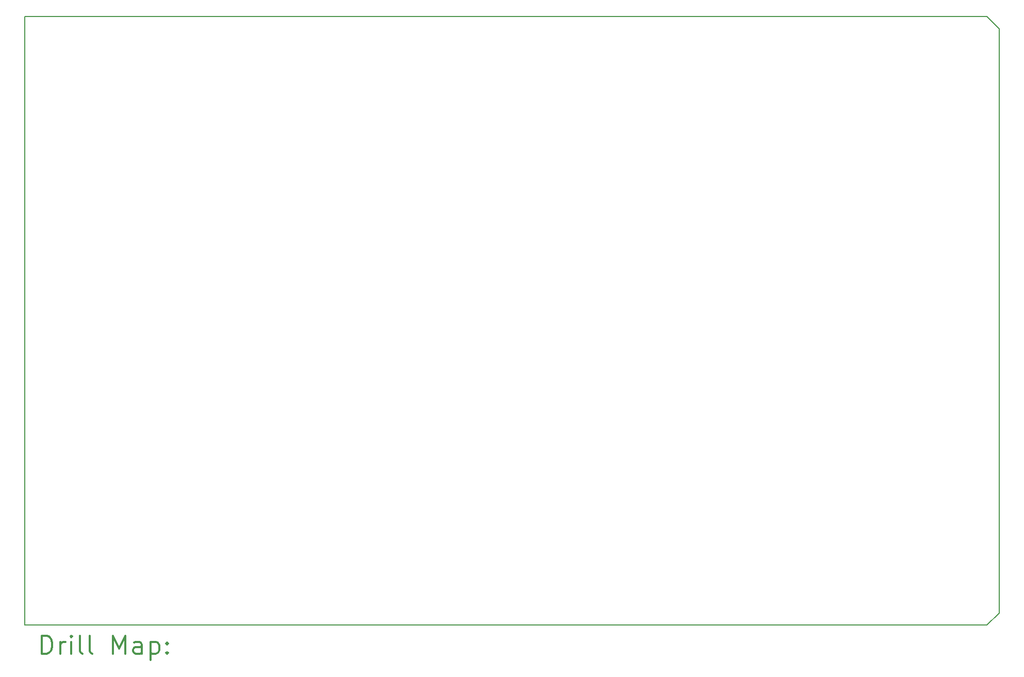
<source format=gbr>
%FSLAX45Y45*%
G04 Gerber Fmt 4.5, Leading zero omitted, Abs format (unit mm)*
G04 Created by KiCad (PCBNEW 5.1.4) date 2019-09-25 18:31:08*
%MOMM*%
%LPD*%
G04 APERTURE LIST*
%ADD10C,0.150000*%
%ADD11C,0.200000*%
%ADD12C,0.300000*%
G04 APERTURE END LIST*
D10*
X21800000Y-14000000D02*
X22000000Y-13800000D01*
X21800000Y-4000000D02*
X22000000Y-4200000D01*
X6000000Y-14000000D02*
X6000000Y-4000000D01*
X21800000Y-14000000D02*
X6000000Y-14000000D01*
X22000000Y-4200000D02*
X22000000Y-13800000D01*
X6000000Y-4000000D02*
X21800000Y-4000000D01*
D11*
D12*
X6278928Y-14473214D02*
X6278928Y-14173214D01*
X6350357Y-14173214D01*
X6393214Y-14187500D01*
X6421786Y-14216071D01*
X6436071Y-14244643D01*
X6450357Y-14301786D01*
X6450357Y-14344643D01*
X6436071Y-14401786D01*
X6421786Y-14430357D01*
X6393214Y-14458929D01*
X6350357Y-14473214D01*
X6278928Y-14473214D01*
X6578928Y-14473214D02*
X6578928Y-14273214D01*
X6578928Y-14330357D02*
X6593214Y-14301786D01*
X6607500Y-14287500D01*
X6636071Y-14273214D01*
X6664643Y-14273214D01*
X6764643Y-14473214D02*
X6764643Y-14273214D01*
X6764643Y-14173214D02*
X6750357Y-14187500D01*
X6764643Y-14201786D01*
X6778928Y-14187500D01*
X6764643Y-14173214D01*
X6764643Y-14201786D01*
X6950357Y-14473214D02*
X6921786Y-14458929D01*
X6907500Y-14430357D01*
X6907500Y-14173214D01*
X7107500Y-14473214D02*
X7078928Y-14458929D01*
X7064643Y-14430357D01*
X7064643Y-14173214D01*
X7450357Y-14473214D02*
X7450357Y-14173214D01*
X7550357Y-14387500D01*
X7650357Y-14173214D01*
X7650357Y-14473214D01*
X7921786Y-14473214D02*
X7921786Y-14316071D01*
X7907500Y-14287500D01*
X7878928Y-14273214D01*
X7821786Y-14273214D01*
X7793214Y-14287500D01*
X7921786Y-14458929D02*
X7893214Y-14473214D01*
X7821786Y-14473214D01*
X7793214Y-14458929D01*
X7778928Y-14430357D01*
X7778928Y-14401786D01*
X7793214Y-14373214D01*
X7821786Y-14358929D01*
X7893214Y-14358929D01*
X7921786Y-14344643D01*
X8064643Y-14273214D02*
X8064643Y-14573214D01*
X8064643Y-14287500D02*
X8093214Y-14273214D01*
X8150357Y-14273214D01*
X8178928Y-14287500D01*
X8193214Y-14301786D01*
X8207500Y-14330357D01*
X8207500Y-14416071D01*
X8193214Y-14444643D01*
X8178928Y-14458929D01*
X8150357Y-14473214D01*
X8093214Y-14473214D01*
X8064643Y-14458929D01*
X8336071Y-14444643D02*
X8350357Y-14458929D01*
X8336071Y-14473214D01*
X8321786Y-14458929D01*
X8336071Y-14444643D01*
X8336071Y-14473214D01*
X8336071Y-14287500D02*
X8350357Y-14301786D01*
X8336071Y-14316071D01*
X8321786Y-14301786D01*
X8336071Y-14287500D01*
X8336071Y-14316071D01*
M02*

</source>
